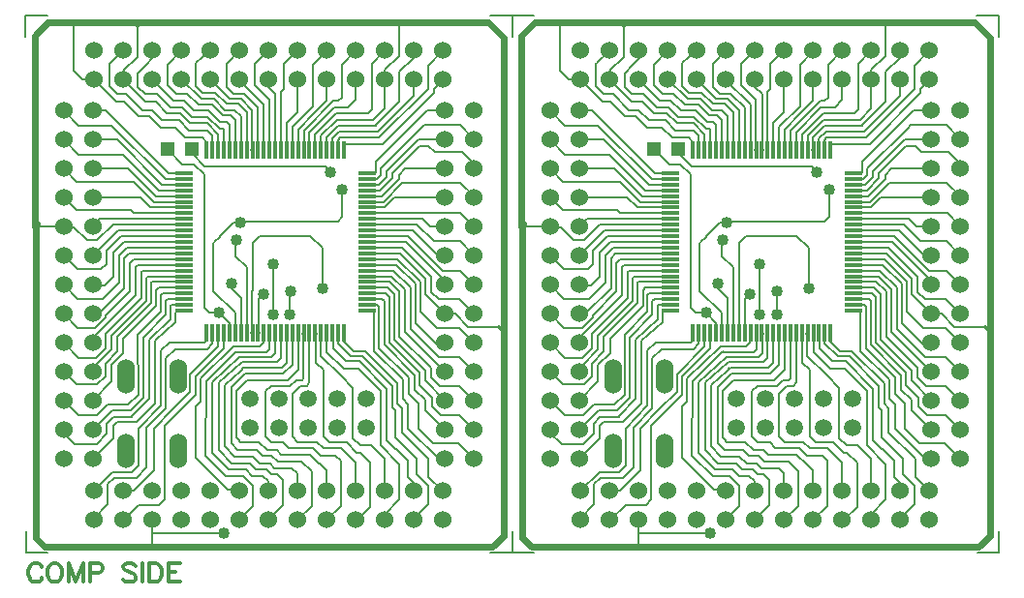
<source format=gbr>
G04 CAM350 V10.0.1 (Build 314) Date:  Fri Nov 30 16:16:42 2012 *
G04 Database: (Untitled) *
G04 Layer 1: comp *
%FSLAX23Y23*%
%MOIN*%
%SFA1.000B1.000*%

%MIA0B0*%
%IPPOS*%
%ADD11R,0.05910X0.01200*%
%ADD12R,0.01200X0.05910*%
%ADD15C,0.06000*%
%ADD16C,0.05940*%
%ADD17R,0.04720X0.04720*%
%ADD18C,0.00800*%
%ADD19C,0.01200*%
%ADD70C,0.04000*%
%ADD20C,0.02400*%
%ADD22C,0.05310*%
%ADD58O,0.06000X0.12000*%
%LNcomp*%
%LPD*%
G54D11*
X543Y835D03*
Y855D03*
Y875D03*
Y894D03*
Y914D03*
Y934D03*
Y953D03*
Y973D03*
Y993D03*
Y1013D03*
Y1032D03*
Y1052D03*
Y1072D03*
Y1091D03*
Y1111D03*
Y1131D03*
Y1150D03*
Y1170D03*
Y1190D03*
Y1209D03*
Y1229D03*
Y1249D03*
Y1268D03*
Y1288D03*
Y1308D03*
X1173D03*
Y1288D03*
Y1268D03*
Y1249D03*
Y1229D03*
Y1209D03*
Y1190D03*
Y1170D03*
Y1150D03*
Y1131D03*
Y1111D03*
Y1091D03*
Y1072D03*
Y1052D03*
Y1032D03*
Y1013D03*
Y993D03*
Y973D03*
Y953D03*
Y934D03*
Y914D03*
Y894D03*
Y875D03*
Y855D03*
Y835D03*
G54D12*
X1095Y757D03*
X1075D03*
X1055D03*
X1036D03*
X1016D03*
X996D03*
X976D03*
X957D03*
X937D03*
X917D03*
X898D03*
X878D03*
X858D03*
X839D03*
X819D03*
X799D03*
X780D03*
X760D03*
X740D03*
X721D03*
X701D03*
X681D03*
X661D03*
X642D03*
X622D03*
Y1387D03*
X642D03*
X661D03*
X681D03*
X701D03*
X721D03*
X740D03*
X760D03*
X780D03*
X799D03*
X819D03*
X839D03*
X858D03*
X878D03*
X898D03*
X917D03*
X937D03*
X957D03*
X976D03*
X996D03*
X1016D03*
X1036D03*
X1055D03*
X1075D03*
X1095D03*
G54D15*
X534Y214D03*
Y114D03*
X634D03*
X734D03*
Y214D03*
X634D03*
X834D03*
Y114D03*
X934D03*
Y214D03*
X1034D03*
Y114D03*
X1134D03*
Y214D03*
X1234D03*
Y114D03*
X1334D03*
Y214D03*
X1434D03*
Y114D03*
X1440Y324D03*
Y424D03*
X1540D03*
Y324D03*
Y524D03*
Y624D03*
Y724D03*
Y824D03*
Y924D03*
Y1024D03*
Y1124D03*
Y1224D03*
Y1324D03*
Y1424D03*
Y1524D03*
X1440D03*
Y1424D03*
Y1324D03*
Y1224D03*
Y1124D03*
Y1024D03*
Y924D03*
Y824D03*
Y724D03*
Y624D03*
Y524D03*
X1435Y1631D03*
Y1731D03*
X1335D03*
Y1631D03*
X1235D03*
Y1731D03*
X1135D03*
Y1631D03*
X1035D03*
Y1731D03*
X935D03*
Y1631D03*
X835D03*
X735D03*
Y1731D03*
X835D03*
X635D03*
Y1631D03*
X535D03*
Y1731D03*
X435D03*
Y1631D03*
X335D03*
Y1731D03*
X235D03*
Y1631D03*
X230Y1524D03*
Y1424D03*
Y1324D03*
X130D03*
Y1424D03*
Y1524D03*
Y1224D03*
Y1124D03*
Y1024D03*
Y924D03*
X230D03*
Y1024D03*
Y1124D03*
Y1224D03*
Y824D03*
Y724D03*
Y624D03*
Y524D03*
X130D03*
Y624D03*
Y724D03*
Y824D03*
Y424D03*
Y324D03*
X230D03*
Y424D03*
X234Y214D03*
Y114D03*
X334D03*
Y214D03*
X434D03*
Y114D03*
G54D16*
X770Y430D03*
X870D03*
Y530D03*
X770D03*
X970D03*
Y430D03*
X1070D03*
Y530D03*
X1170D03*
Y430D03*
G54D17*
X570Y1391D03*
X488D03*
G54D19*
X1333Y1706D03*
G54D70*
X852Y823D03*
X909Y822D03*
X910Y900D03*
X852Y995D03*
X818Y892D03*
X707Y929D03*
X666Y828D03*
X723Y1077D03*
X737Y1137D03*
X1021Y913D03*
X1089Y1251D03*
X1047Y1313D03*
X682Y67D03*
G54D22*
X336Y1731D03*
G54D58*
X524Y352D03*
X346D03*
X524Y608D03*
X346D03*
G54D18*
X760Y757D03*
G54D19*
X1173Y1190D03*
Y1249D03*
X1055Y1387D03*
X1016D03*
X957D03*
X799D03*
X130Y924D03*
G54D11*
X2217Y835D03*
Y855D03*
Y875D03*
Y894D03*
Y914D03*
Y934D03*
Y953D03*
Y973D03*
Y993D03*
Y1013D03*
Y1032D03*
Y1052D03*
Y1072D03*
Y1091D03*
Y1111D03*
Y1131D03*
Y1150D03*
Y1170D03*
Y1190D03*
Y1209D03*
Y1229D03*
Y1249D03*
Y1268D03*
Y1288D03*
Y1308D03*
X2847D03*
Y1288D03*
Y1268D03*
Y1249D03*
Y1229D03*
Y1209D03*
Y1190D03*
Y1170D03*
Y1150D03*
Y1131D03*
Y1111D03*
Y1091D03*
Y1072D03*
Y1052D03*
Y1032D03*
Y1013D03*
Y993D03*
Y973D03*
Y953D03*
Y934D03*
Y914D03*
Y894D03*
Y875D03*
Y855D03*
Y835D03*
G54D12*
X2769Y757D03*
X2749D03*
X2729D03*
X2710D03*
X2690D03*
X2670D03*
X2650D03*
X2631D03*
X2611D03*
X2591D03*
X2572D03*
X2552D03*
X2532D03*
X2513D03*
X2493D03*
X2473D03*
X2454D03*
X2434D03*
X2414D03*
X2395D03*
X2375D03*
X2355D03*
X2335D03*
X2316D03*
X2296D03*
Y1387D03*
X2316D03*
X2335D03*
X2355D03*
X2375D03*
X2395D03*
X2414D03*
X2434D03*
X2454D03*
X2473D03*
X2493D03*
X2513D03*
X2532D03*
X2552D03*
X2572D03*
X2591D03*
X2611D03*
X2631D03*
X2650D03*
X2670D03*
X2690D03*
X2710D03*
X2729D03*
X2749D03*
X2769D03*
G54D15*
X2208Y214D03*
Y114D03*
X2308D03*
X2408D03*
Y214D03*
X2308D03*
X2508D03*
Y114D03*
X2608D03*
Y214D03*
X2708D03*
Y114D03*
X2808D03*
Y214D03*
X2908D03*
Y114D03*
X3008D03*
Y214D03*
X3108D03*
Y114D03*
X3114Y324D03*
Y424D03*
X3214D03*
Y324D03*
Y524D03*
Y624D03*
Y724D03*
Y824D03*
Y924D03*
Y1024D03*
Y1124D03*
Y1224D03*
Y1324D03*
Y1424D03*
Y1524D03*
X3114D03*
Y1424D03*
Y1324D03*
Y1224D03*
Y1124D03*
Y1024D03*
Y924D03*
Y824D03*
Y724D03*
Y624D03*
Y524D03*
X3109Y1631D03*
Y1731D03*
X3009D03*
Y1631D03*
X2909D03*
Y1731D03*
X2809D03*
Y1631D03*
X2709D03*
Y1731D03*
X2609D03*
Y1631D03*
X2509D03*
X2409D03*
Y1731D03*
X2509D03*
X2309D03*
Y1631D03*
X2209D03*
Y1731D03*
X2109D03*
Y1631D03*
X2009D03*
Y1731D03*
X1909D03*
Y1631D03*
X1904Y1524D03*
Y1424D03*
Y1324D03*
X1804D03*
Y1424D03*
Y1524D03*
Y1224D03*
Y1124D03*
Y1024D03*
Y924D03*
X1904D03*
Y1024D03*
Y1124D03*
Y1224D03*
Y824D03*
Y724D03*
Y624D03*
Y524D03*
X1804D03*
Y624D03*
Y724D03*
Y824D03*
Y424D03*
Y324D03*
X1904D03*
Y424D03*
X1908Y214D03*
Y114D03*
X2008D03*
Y214D03*
X2108D03*
Y114D03*
G54D16*
X2444Y430D03*
X2544D03*
Y530D03*
X2444D03*
X2644D03*
Y430D03*
X2744D03*
Y530D03*
X2844D03*
Y430D03*
G54D17*
X2244Y1391D03*
X2162D03*
G54D19*
X3007Y1706D03*
G54D70*
X2526Y823D03*
X2583Y822D03*
X2584Y900D03*
X2526Y995D03*
X2492Y892D03*
X2381Y929D03*
X2340Y828D03*
X2397Y1077D03*
X2411Y1137D03*
X2695Y913D03*
X2763Y1251D03*
X2721Y1313D03*
X2356Y67D03*
G54D22*
X2010Y1731D03*
G54D58*
X2198Y352D03*
X2020D03*
X2198Y608D03*
X2020D03*
G54D18*
X2434Y757D03*
G54D19*
X2847Y1190D03*
Y1249D03*
X2729Y1387D03*
X2690D03*
X2631D03*
X2473D03*
X1804Y924D03*
G54D18*
X488Y1391D02*
G01X539Y1339D01*
X577*
X613Y1304*
Y846*
X630Y828*
X666*
X701Y793*
Y757*
X721D02*
G01Y827D01*
X644Y903*
Y1066*
X648Y1070*
X667Y1089*
Y1090*
X714Y1137*
X736*
X737*
X742Y1142*
X1073*
X1089Y1158*
Y1251*
X1047Y1313D02*
G01X1030Y1331D01*
X616*
X570Y1377*
X622Y1387D02*
G01Y1415D01*
X607Y1430*
X549*
X513Y1466*
X463*
X424Y1506*
X387*
X338Y1554*
X312*
X235Y1631*
X193*
X163Y1662*
Y1826*
X289Y1687D02*
G01X291D01*
X336Y1731*
X383Y1709D02*
G01X335Y1662D01*
X337Y1660*
Y1630*
X335Y1631*
X412Y1555*
X447*
X486Y1515*
X532*
X566Y1481*
X623*
X661Y1443*
Y1387*
X642D02*
G01Y1437D01*
X623Y1456*
X562*
X527Y1491*
X469*
Y1492*
X434Y1526*
X401*
X346Y1581*
X313*
X287Y1607*
Y1685*
X289Y1687*
X336Y1630D02*
G01X337D01*
X386Y1606D02*
G01Y1653D01*
X414Y1682*
X436Y1704*
Y1730*
X383Y1709D02*
G01Y1815D01*
X487Y1683D02*
G01X535Y1731D01*
X585Y1687D02*
G01Y1609D01*
X608Y1586*
X652*
X690Y1547*
X732*
X760Y1519*
Y1387*
X779D02*
G01Y1526D01*
X741Y1565*
X702*
X635Y1631*
X692Y1605D02*
G01Y1689D01*
X693*
X735Y1731*
X787Y1684D02*
G01Y1611D01*
X838Y1561*
Y1388*
X859Y1387D02*
G01Y1582D01*
X835Y1605*
Y1631*
X878Y1587D02*
G01X888Y1597D01*
Y1684*
X935Y1731*
X989Y1681D02*
G01Y1539D01*
X917Y1467*
Y1389*
X937Y1388D02*
G01Y1387D01*
Y1388D02*
G01Y1459D01*
X990Y1514*
X1035Y1559*
Y1631*
X989Y1681D02*
G01X1035Y1727D01*
Y1731*
X1087Y1682D02*
G01Y1569D01*
X1075Y1557*
X1059*
X957Y1455*
Y1387*
X976Y1388D02*
G01Y1448D01*
X1062Y1535*
X1109*
X1135Y1561*
Y1631*
X1087Y1682D02*
G01X1135Y1730D01*
Y1731*
X1191Y1686D02*
G01Y1528D01*
X1178Y1515*
X1069*
X996Y1443*
Y1388*
X1016Y1387D02*
G01Y1437D01*
X1071Y1493*
X1196*
X1235Y1532*
Y1631*
Y1665*
X1284Y1713*
Y1823*
X1235Y1731D02*
G01X1191Y1686D01*
X1284Y1658D02*
G01X1333Y1706D01*
X1336Y1709*
Y1731*
X1335*
X1334*
X1383Y1679D02*
G01X1435Y1731D01*
X1383Y1679D02*
G01Y1597D01*
X1216Y1430*
X1082*
X1075Y1423*
Y1387*
X1095Y1404D02*
G01X1100Y1409D01*
X1229*
X1404Y1584*
Y1599*
X1435Y1631*
X1335D02*
G01Y1576D01*
X1211Y1452*
X1079*
X1055Y1428*
Y1387*
X1035D02*
G01Y1433D01*
X1075Y1472*
X1204*
Y1474*
X1284Y1554*
Y1658*
X1380Y1524D02*
G01X1204Y1348D01*
Y1312*
X1198Y1306*
X1175*
X1173Y1308*
Y1288D02*
G01X1208D01*
X1222Y1302*
Y1324*
X1359Y1461*
X1372Y1474*
X1493*
X1540Y1424*
X1501Y1380D02*
G01X1408D01*
X1386Y1402*
X1354*
X1262Y1309*
Y1291*
X1219Y1249*
X1173*
X1174Y1268D02*
G01X1215D01*
X1242Y1296*
Y1316*
X1350Y1424*
X1440*
X1501Y1380D02*
G01X1543Y1338D01*
X1540Y1324*
X1494Y1276D02*
G01X1296D01*
X1230Y1209*
X1175*
X1173Y1190D02*
G01X1234D01*
X1268Y1224*
X1440*
X1494Y1276D02*
G01X1543Y1227D01*
X1540Y1224*
X1496Y1170D02*
G01X1540Y1124D01*
X1496Y1170D02*
G01X1173D01*
X1174Y1151D02*
G01X1365D01*
X1392Y1124*
X1440*
X1403Y1074D02*
G01X1493D01*
X1540Y1024*
X1495Y972D02*
G01X1540Y924D01*
X1495Y972D02*
G01X1433D01*
X1314Y1091*
X1173*
Y1072D02*
G01X1307D01*
X1430Y948*
Y936*
X1440Y924*
X1395Y899D02*
G01X1420Y874D01*
X1492*
X1540Y824*
X1522Y779D02*
G01X1628D01*
X1540Y724D02*
G01X1492Y774D01*
X1415*
X1357Y832*
Y935*
X1279Y1013*
X1173*
Y1032D02*
G01X1288D01*
X1374Y946*
Y893*
X1440Y824*
X1477*
X1522Y779*
X1442Y723D02*
G01X1440Y724D01*
X1442Y723D02*
G01X1410D01*
X1341Y792*
Y927*
X1274Y993*
X1173*
Y973D02*
G01X1265D01*
X1323Y915*
Y773*
X1421Y676*
X1491*
X1540Y624*
X1490Y576D02*
G01X1540Y524D01*
X1490Y476D02*
G01X1489Y475D01*
X1427*
X1398Y504*
Y535*
X1355Y579*
Y621*
X1250Y725*
Y882*
X1238Y894*
X1173*
Y914D02*
G01X1245D01*
X1268Y892*
Y734*
X1373Y629*
Y594*
X1440Y524*
X1424Y576D02*
G01X1395Y605D01*
Y638*
X1286Y746*
Y900*
X1252Y934*
X1173*
Y953D02*
G01X1259D01*
X1304Y909*
Y763*
X1440Y624*
X1424Y576D02*
G01X1490D01*
Y476D02*
G01X1540Y424D01*
X1488Y379D02*
G01X1540Y324D01*
X1488Y379D02*
G01X1400D01*
X1351Y428*
Y515*
X1318Y549*
Y604*
X1216Y705*
Y847*
X1209Y855*
X1173*
Y835D02*
G01X1174Y834D01*
X1194*
X1197Y831*
Y823*
X1198*
Y696*
X1297Y597*
Y532*
X1316Y513*
Y428*
X1420Y324*
X1440*
X1386D02*
G01Y262D01*
X1434Y214*
X1384Y233D02*
G01Y168D01*
X1334Y117*
Y114*
X1285Y184D02*
G01Y305D01*
X1220Y370*
Y559*
X1144Y635*
X1094*
X1036Y692*
Y755*
X1055Y756D02*
G01X1057Y705D01*
X1102Y660*
X1147*
X1242Y565*
Y462*
Y388*
X1272Y358*
X1275*
X1314Y318*
Y262*
X1334Y242*
Y214*
X1384Y233D02*
G01X1345Y272D01*
Y326*
X1275Y396*
X1273*
X1271Y399*
Y490*
X1260Y501*
Y576*
X1159Y677*
X1119*
X1075Y721*
Y749*
X1095Y757D02*
G01Y728D01*
X1127Y695*
X1168*
X1279Y585*
Y514*
X1293Y499*
Y416*
X1386Y324*
X1440Y424D02*
G01X1375Y492D01*
Y527*
X1338Y563*
Y611*
X1233Y717*
Y867*
X1226Y875*
X1173*
X1021Y913D02*
G01Y1050D01*
X978Y1093*
X805*
X780Y1068*
Y906*
X779Y905*
Y757*
X760D02*
G01Y985D01*
X722Y1023*
Y1076*
X723Y1077*
X852Y995D02*
G01Y823D01*
X839Y757D02*
G01Y703D01*
X829Y693*
X726*
X725Y694*
X620Y593*
X618Y335*
X689Y264*
X748*
X781Y231*
Y161*
X734Y114*
X682Y67D02*
G01X434D01*
Y114*
Y67D02*
G01Y25D01*
X338Y114D02*
G01X389Y165D01*
X459*
X477Y184*
Y438*
X583Y544*
Y607*
X681Y704*
Y756*
X661Y757D02*
G01Y712D01*
X566Y616*
Y554*
X505Y494*
X440Y428*
Y284*
X371Y215*
X336*
X334Y214*
X304Y259D02*
G01X380D01*
X416Y295*
Y430*
X482Y498*
Y672*
X515Y703*
X624*
X642Y721*
Y757*
X622D02*
G01Y733D01*
X615Y726*
X495*
X463Y699*
Y508*
X389Y429*
Y302*
X366Y278*
X299*
X234Y214*
X282Y238D02*
G01Y167D01*
X234Y118*
Y114*
X334D02*
G01X338D01*
X282Y238D02*
G01X304Y259D01*
X230Y324D02*
G01X300Y394D01*
Y438*
X313Y451*
Y450*
X380*
X444Y514*
Y730*
X516Y796*
Y828*
X524Y835*
X543*
Y855D02*
G01X501D01*
X499Y853*
Y806*
X424Y736*
Y530*
X366Y472*
Y468*
X302*
X279Y445*
Y411*
X243Y375*
X169*
X128Y416*
X130Y424*
X180Y474D02*
G01X130Y524D01*
X174Y580D02*
G01X130Y624D01*
X174Y580D02*
G01X246D01*
X273Y607*
Y653*
X314Y694*
Y744*
X430Y860*
Y930*
X434Y934*
X543*
Y953D02*
G01X420D01*
X413Y947*
Y869*
X293Y749*
Y701*
X239Y646*
Y633*
X230Y624*
X240Y672D02*
G01X182D01*
X130Y724*
X177Y774D02*
G01X173Y777D01*
X130Y824*
X177Y774D02*
G01X239D01*
X276Y811*
Y817*
X358Y900*
Y999*
X372Y1013*
X543*
Y1032D02*
G01X355D01*
X339Y1016*
Y913*
X252Y826*
X232*
X230Y824*
X265Y876D02*
G01X178D01*
X130Y924*
X177Y977D02*
G01X130Y1024D01*
X177Y977D02*
G01X259D01*
X277Y995*
Y1041*
X327Y1091*
X543*
Y1072D02*
G01X337D01*
X301Y1036*
Y952*
X272Y923*
X230*
Y924*
X265Y876D02*
G01X320Y931D01*
Y1025*
X347Y1052*
X543*
Y1111D02*
G01X317D01*
X230Y1024*
X246Y1077D02*
G01X212D01*
X166Y1123*
X131*
X130Y1124*
X32*
X130Y1224D02*
G01X173Y1181D01*
X361*
X372Y1170*
X543*
Y1190D02*
G01X429D01*
X395Y1224*
X230*
X256Y1150D02*
G01X230Y1124D01*
X256Y1150D02*
G01X543D01*
Y1131D02*
G01X300D01*
X246Y1077*
X377Y985D02*
G01Y889D01*
X300Y812*
X233Y744*
Y727*
X230Y724*
X234Y729*
X273Y705D02*
G01Y755D01*
X397Y879*
Y967*
X402Y973*
X543*
Y993D02*
G01X385D01*
X377Y985*
X449Y905D02*
G01Y852D01*
X336Y739*
Y688*
X295Y648*
Y590*
X230Y524*
X243Y474D02*
G01X180D01*
X230Y424D02*
G01X297Y491D01*
X360*
X405Y536*
Y743*
X482Y820*
Y868*
X489Y875*
X543*
Y894D02*
G01X470D01*
X464Y889*
Y833*
X386Y753*
X387Y545*
X350Y512*
X281*
X243Y474*
X240Y672D02*
G01X273Y705D01*
X449Y905D02*
G01X457Y914D01*
X543*
X707Y910D02*
G01X740Y877D01*
Y757*
X800Y758D02*
G01Y874D01*
X818Y892*
X909Y899D02*
G01Y822D01*
X917Y757D02*
G01Y648D01*
X886Y617*
X754*
X707Y572*
Y378*
X729Y355*
X794*
X815Y335*
X846*
X867Y314*
X949*
X983Y280*
Y163*
X934Y114*
X885Y165D02*
G01X834Y114D01*
X885Y165D02*
G01Y250D01*
X864Y271*
X845*
X827Y289*
X791*
X770Y309*
X708*
X663Y354*
Y587*
X741Y655*
X743Y657*
X863*
X878Y672*
Y757*
X859Y756D02*
G01Y687D01*
X846Y674*
X737*
X736Y675*
X640Y588*
Y345*
X698Y287*
X758*
X779Y266*
X815*
X834Y247*
Y214*
X856Y292D02*
G01X840Y308D01*
X806*
X781Y333*
X718*
X684Y367*
Y578*
X740Y629*
X749Y638*
X880*
X897Y655*
Y752*
X938Y756D02*
G01Y632D01*
X901Y595*
X893*
X761Y596*
X724Y559*
Y397*
X730Y391*
Y390*
X738Y382*
X802*
X830Y354*
X864*
X879Y339*
X978*
X1009Y308*
X1011*
X1034Y285*
Y214*
X1084Y163D02*
G01Y319D01*
X1066Y336*
X1013*
X988Y361*
X905*
X886Y380*
X844*
X824Y401*
Y557*
X843Y576*
X874*
Y575*
X909*
X930Y596*
X951*
X956Y602*
Y756*
X976D02*
G01Y679D01*
Y677*
Y588*
X967Y575*
X945*
X917Y548*
Y402*
X936Y383*
X1002*
X1025Y361*
X1085*
X1134Y312*
Y214*
X1084Y163D02*
G01X1035Y114D01*
X1034*
X1134D02*
G01X1140D01*
X1186Y159*
Y310*
X1151Y346*
X1139*
X1103Y381*
X1044*
X1023Y402*
Y631*
X997Y656*
Y755*
X1015Y756D02*
G01Y678D01*
X1084Y610*
X1125Y569*
Y396*
X1150Y372*
X1187*
X1234Y325*
Y214*
X1285Y184D02*
G01X1234Y132D01*
Y114*
X934Y214D02*
G01Y274D01*
X916Y292*
X856*
X734Y214D02*
G01X729Y219D01*
X693*
X583Y329*
Y504*
X601Y523*
Y602*
X716Y712*
X805*
X817Y724*
Y755*
X819Y757*
X748Y637D02*
G01X740Y629D01*
X909Y899D02*
G01X910Y900D01*
X707Y910D02*
G01Y929D01*
X543Y1209D02*
G01X441D01*
X371Y1278*
X175*
X130Y1324*
X180Y1373D02*
G01X130Y1424D01*
X181Y1473D02*
G01X130Y1524D01*
Y1522*
X181Y1473D02*
G01X295D01*
X480Y1288*
X543*
Y1308D02*
G01X492D01*
X275Y1525*
X230*
Y1524*
Y1425D02*
G01Y1424D01*
Y1425D02*
G01X313D01*
X469Y1268*
X543*
Y1249D02*
G01X458D01*
X333Y1373*
X180*
X230Y1324D02*
G01X231Y1326D01*
X351*
X448Y1229*
X543*
X681Y1387D02*
G01Y1459D01*
X679Y1462*
X667*
X625Y1503*
X571*
X538Y1536*
X498*
X452Y1582*
X410*
X386Y1606*
X435Y1631D02*
G01X508Y1559D01*
X544*
X579Y1524*
X629*
X669Y1484*
X692*
X701Y1475*
Y1387*
X721D02*
G01Y1491D01*
X705Y1507*
X677*
X640Y1544*
X593*
X555Y1582*
X518*
X487Y1612*
Y1683*
X535Y1631D02*
G01X603Y1564D01*
X648*
X686Y1526*
X719*
X740Y1505*
Y1387*
X799D02*
G01Y1536D01*
X752Y1583*
X714*
X692Y1605*
X735Y1627D02*
G01X819Y1546D01*
Y1389*
X878Y1387D02*
G01Y1587D01*
X935Y1631D02*
G01Y1518D01*
X897Y1480*
Y1387*
X735Y1627D02*
G01Y1631D01*
X787Y1684D02*
G01X835Y1731D01*
X635D02*
G01X585Y1687D01*
X1174Y1229D02*
G01X1224D01*
X1283Y1288*
Y1302*
X1305Y1324*
X1440*
X1380Y1524D02*
G01X1440D01*
X1346Y1131D02*
G01X1173D01*
Y1111D02*
G01X1331D01*
X1420Y1022*
X1441*
X1440Y1024*
X1403Y1074D02*
G01X1346Y1131D01*
X1295Y1052D02*
G01X1395Y951D01*
Y899*
X1295Y1052D02*
G01X1173D01*
G54D19*
Y1150D02*
G01X1174Y1151D01*
X1175Y1209D02*
G01X1173D01*
X1174Y1229D02*
G01X1173D01*
X1174Y1268D02*
G01X1173D01*
X1095Y1387D02*
G01Y1404D01*
X1036Y1387D02*
G01X1035D01*
X996Y1388D02*
G01Y1387D01*
X976D02*
G01Y1388D01*
X917Y1387D02*
G01Y1389D01*
X898Y1387D02*
G01X897D01*
X859D02*
G01X858D01*
X839D02*
G01X838Y1388D01*
X819Y1387D02*
G01Y1389D01*
X780Y1387D02*
G01X779D01*
X570Y1391D02*
G01Y1377D01*
X436Y1730D02*
G01X435Y1731D01*
X383Y1815D02*
G01X395Y1827D01*
X164D02*
G01X163Y1826D01*
X681Y756D02*
G01Y757D01*
X779D02*
G01X780D01*
X799D02*
G01X800Y758D01*
X858Y757D02*
G01X859Y756D01*
X897Y752D02*
G01X898Y757D01*
X937D02*
G01X938Y756D01*
X956D02*
G01X957Y757D01*
X976Y756D02*
G01Y757D01*
X996D02*
G01X997Y755D01*
X1015Y756D02*
G01X1016Y757D01*
X1036D02*
G01Y755D01*
X1055Y756D02*
G01Y757D01*
X1075D02*
G01Y749D01*
X1628Y779D02*
G01X1643Y764D01*
X1284Y1823D02*
G01X1287Y1827D01*
X434Y25D02*
G01X439Y21D01*
G54D20*
X1287Y1827D02*
G01X395D01*
X164*
X76*
X31Y1782*
Y1125*
X32Y1124*
X34Y1132D02*
G01X38Y1136D01*
X34Y1132D02*
G01Y52D01*
X66Y21*
X439*
X1605*
X1643Y59*
Y764*
Y1775*
X1591Y1827*
X1287*
G54D18*
X74Y1852D02*
G01X-1D01*
Y1777*
X0Y75D02*
G01Y0D01*
X75*
X1599D02*
G01X1674D01*
Y75*
X1673Y1777D02*
G01Y1852D01*
X1598*
X2162Y1391D02*
G01X2213Y1339D01*
X2251*
X2287Y1304*
Y846*
X2304Y828*
X2340*
X2375Y793*
Y757*
X2395D02*
G01Y827D01*
X2318Y903*
Y1066*
X2322Y1070*
X2341Y1089*
Y1090*
X2388Y1137*
X2410*
X2411*
X2416Y1142*
X2747*
X2763Y1158*
Y1251*
X2721Y1313D02*
G01X2704Y1331D01*
X2290*
X2244Y1377*
X2296Y1387D02*
G01Y1415D01*
X2281Y1430*
X2223*
X2187Y1466*
X2137*
X2098Y1506*
X2061*
X2012Y1554*
X1986*
X1909Y1631*
X1867*
X1837Y1662*
Y1826*
X1963Y1687D02*
G01X1965D01*
X2010Y1731*
X2057Y1709D02*
G01X2009Y1662D01*
X2011Y1660*
Y1630*
X2009Y1631*
X2086Y1555*
X2121*
X2160Y1515*
X2206*
X2240Y1481*
X2297*
X2335Y1443*
Y1387*
X2316D02*
G01Y1437D01*
X2297Y1456*
X2236*
X2201Y1491*
X2143*
Y1492*
X2108Y1526*
X2075*
X2020Y1581*
X1987*
X1961Y1607*
Y1685*
X1963Y1687*
X2010Y1630D02*
G01X2011D01*
X2060Y1606D02*
G01Y1653D01*
X2088Y1682*
X2110Y1704*
Y1730*
X2057Y1709D02*
G01Y1815D01*
X2161Y1683D02*
G01X2209Y1731D01*
X2259Y1687D02*
G01Y1609D01*
X2282Y1586*
X2326*
X2364Y1547*
X2406*
X2434Y1519*
Y1387*
X2453D02*
G01Y1526D01*
X2415Y1565*
X2376*
X2309Y1631*
X2366Y1605D02*
G01Y1689D01*
X2367*
X2409Y1731*
X2461Y1684D02*
G01Y1611D01*
X2512Y1561*
Y1388*
X2533Y1387D02*
G01Y1582D01*
X2509Y1605*
Y1631*
X2552Y1587D02*
G01X2562Y1597D01*
Y1684*
X2609Y1731*
X2663Y1681D02*
G01Y1539D01*
X2591Y1467*
Y1389*
X2611Y1388D02*
G01Y1387D01*
Y1388D02*
G01Y1459D01*
X2664Y1514*
X2709Y1559*
Y1631*
X2663Y1681D02*
G01X2709Y1727D01*
Y1731*
X2761Y1682D02*
G01Y1569D01*
X2749Y1557*
X2733*
X2631Y1455*
Y1387*
X2650Y1388D02*
G01Y1448D01*
X2736Y1535*
X2783*
X2809Y1561*
Y1631*
X2761Y1682D02*
G01X2809Y1730D01*
Y1731*
X2865Y1686D02*
G01Y1528D01*
X2852Y1515*
X2743*
X2670Y1443*
Y1388*
X2690Y1387D02*
G01Y1437D01*
X2745Y1493*
X2870*
X2909Y1532*
Y1631*
Y1665*
X2958Y1713*
Y1823*
X2909Y1731D02*
G01X2865Y1686D01*
X2958Y1658D02*
G01X3007Y1706D01*
X3010Y1709*
Y1731*
X3009*
X3008*
X3057Y1679D02*
G01X3109Y1731D01*
X3057Y1679D02*
G01Y1597D01*
X2890Y1430*
X2756*
X2749Y1423*
Y1387*
X2769Y1404D02*
G01X2774Y1409D01*
X2903*
X3078Y1584*
Y1599*
X3109Y1631*
X3009D02*
G01Y1576D01*
X2885Y1452*
X2753*
X2729Y1428*
Y1387*
X2709D02*
G01Y1433D01*
X2749Y1472*
X2878*
Y1474*
X2958Y1554*
Y1658*
X3054Y1524D02*
G01X2878Y1348D01*
Y1312*
X2872Y1306*
X2849*
X2847Y1308*
Y1288D02*
G01X2882D01*
X2896Y1302*
Y1324*
X3033Y1461*
X3046Y1474*
X3167*
X3214Y1424*
X3175Y1380D02*
G01X3082D01*
X3060Y1402*
X3028*
X2936Y1309*
Y1291*
X2893Y1249*
X2847*
X2848Y1268D02*
G01X2889D01*
X2916Y1296*
Y1316*
X3024Y1424*
X3114*
X3175Y1380D02*
G01X3217Y1338D01*
X3214Y1324*
X3168Y1276D02*
G01X2970D01*
X2904Y1209*
X2849*
X2847Y1190D02*
G01X2908D01*
X2942Y1224*
X3114*
X3168Y1276D02*
G01X3217Y1227D01*
X3214Y1224*
X3170Y1170D02*
G01X3214Y1124D01*
X3170Y1170D02*
G01X2847D01*
X2848Y1151D02*
G01X3039D01*
X3066Y1124*
X3114*
X3077Y1074D02*
G01X3167D01*
X3214Y1024*
X3169Y972D02*
G01X3214Y924D01*
X3169Y972D02*
G01X3107D01*
X2988Y1091*
X2847*
Y1072D02*
G01X2981D01*
X3104Y948*
Y936*
X3114Y924*
X3069Y899D02*
G01X3094Y874D01*
X3166*
X3214Y824*
X3196Y779D02*
G01X3302D01*
X3214Y724D02*
G01X3166Y774D01*
X3089*
X3031Y832*
Y935*
X2953Y1013*
X2847*
Y1032D02*
G01X2962D01*
X3048Y946*
Y893*
X3114Y824*
X3151*
X3196Y779*
X3116Y723D02*
G01X3114Y724D01*
X3116Y723D02*
G01X3084D01*
X3015Y792*
Y927*
X2948Y993*
X2847*
Y973D02*
G01X2939D01*
X2997Y915*
Y773*
X3095Y676*
X3165*
X3214Y624*
X3164Y576D02*
G01X3214Y524D01*
X3164Y476D02*
G01X3163Y475D01*
X3101*
X3072Y504*
Y535*
X3029Y579*
Y621*
X2924Y725*
Y882*
X2912Y894*
X2847*
Y914D02*
G01X2919D01*
X2942Y892*
Y734*
X3047Y629*
Y594*
X3114Y524*
X3098Y576D02*
G01X3069Y605D01*
Y638*
X2960Y746*
Y900*
X2926Y934*
X2847*
Y953D02*
G01X2933D01*
X2978Y909*
Y763*
X3114Y624*
X3098Y576D02*
G01X3164D01*
Y476D02*
G01X3214Y424D01*
X3162Y379D02*
G01X3214Y324D01*
X3162Y379D02*
G01X3074D01*
X3025Y428*
Y515*
X2992Y549*
Y604*
X2890Y705*
Y847*
X2883Y855*
X2847*
Y835D02*
G01X2848Y834D01*
X2868*
X2871Y831*
Y823*
X2872*
Y696*
X2971Y597*
Y532*
X2990Y513*
Y428*
X3094Y324*
X3114*
X3060D02*
G01Y262D01*
X3108Y214*
X3058Y233D02*
G01Y168D01*
X3008Y117*
Y114*
X2959Y184D02*
G01Y305D01*
X2894Y370*
Y559*
X2818Y635*
X2768*
X2710Y692*
Y755*
X2729Y756D02*
G01X2731Y705D01*
X2776Y660*
X2821*
X2916Y565*
Y462*
Y388*
X2946Y358*
X2949*
X2988Y318*
Y262*
X3008Y242*
Y214*
X3058Y233D02*
G01X3019Y272D01*
Y326*
X2949Y396*
X2947*
X2945Y399*
Y490*
X2934Y501*
Y576*
X2833Y677*
X2793*
X2749Y721*
Y749*
X2769Y757D02*
G01Y728D01*
X2801Y695*
X2842*
X2953Y585*
Y514*
X2967Y499*
Y416*
X3060Y324*
X3114Y424D02*
G01X3049Y492D01*
Y527*
X3012Y563*
Y611*
X2907Y717*
Y867*
X2900Y875*
X2847*
X2695Y913D02*
G01Y1050D01*
X2652Y1093*
X2479*
X2454Y1068*
Y906*
X2453Y905*
Y757*
X2434D02*
G01Y985D01*
X2396Y1023*
Y1076*
X2397Y1077*
X2526Y995D02*
G01Y823D01*
X2513Y757D02*
G01Y703D01*
X2503Y693*
X2400*
X2399Y694*
X2294Y593*
X2292Y335*
X2363Y264*
X2422*
X2455Y231*
Y161*
X2408Y114*
X2356Y67D02*
G01X2108D01*
Y114*
Y67D02*
G01Y25D01*
X2012Y114D02*
G01X2063Y165D01*
X2133*
X2151Y184*
Y438*
X2257Y544*
Y607*
X2355Y704*
Y756*
X2335Y757D02*
G01Y712D01*
X2240Y616*
Y554*
X2179Y494*
X2114Y428*
Y284*
X2045Y215*
X2010*
X2008Y214*
X1978Y259D02*
G01X2054D01*
X2090Y295*
Y430*
X2156Y498*
Y672*
X2189Y703*
X2298*
X2316Y721*
Y757*
X2296D02*
G01Y733D01*
X2289Y726*
X2169*
X2137Y699*
Y508*
X2063Y429*
Y302*
X2040Y278*
X1973*
X1908Y214*
X1956Y238D02*
G01Y167D01*
X1908Y118*
Y114*
X2008D02*
G01X2012D01*
X1956Y238D02*
G01X1978Y259D01*
X1904Y324D02*
G01X1974Y394D01*
Y438*
X1987Y451*
Y450*
X2054*
X2118Y514*
Y730*
X2190Y796*
Y828*
X2198Y835*
X2217*
Y855D02*
G01X2175D01*
X2173Y853*
Y806*
X2098Y736*
Y530*
X2040Y472*
Y468*
X1976*
X1953Y445*
Y411*
X1917Y375*
X1843*
X1802Y416*
X1804Y424*
X1854Y474D02*
G01X1804Y524D01*
X1848Y580D02*
G01X1804Y624D01*
X1848Y580D02*
G01X1920D01*
X1947Y607*
Y653*
X1988Y694*
Y744*
X2104Y860*
Y930*
X2108Y934*
X2217*
Y953D02*
G01X2094D01*
X2087Y947*
Y869*
X1967Y749*
Y701*
X1913Y646*
Y633*
X1904Y624*
X1914Y672D02*
G01X1856D01*
X1804Y724*
X1851Y774D02*
G01X1847Y777D01*
X1804Y824*
X1851Y774D02*
G01X1913D01*
X1950Y811*
Y817*
X2032Y900*
Y999*
X2046Y1013*
X2217*
Y1032D02*
G01X2029D01*
X2013Y1016*
Y913*
X1926Y826*
X1906*
X1904Y824*
X1939Y876D02*
G01X1852D01*
X1804Y924*
X1851Y977D02*
G01X1804Y1024D01*
X1851Y977D02*
G01X1933D01*
X1951Y995*
Y1041*
X2001Y1091*
X2217*
Y1072D02*
G01X2011D01*
X1975Y1036*
Y952*
X1946Y923*
X1904*
Y924*
X1939Y876D02*
G01X1994Y931D01*
Y1025*
X2021Y1052*
X2217*
Y1111D02*
G01X1991D01*
X1904Y1024*
X1920Y1077D02*
G01X1886D01*
X1840Y1123*
X1805*
X1804Y1124*
X1706*
X1804Y1224D02*
G01X1847Y1181D01*
X2035*
X2046Y1170*
X2217*
Y1190D02*
G01X2103D01*
X2069Y1224*
X1904*
X1930Y1150D02*
G01X1904Y1124D01*
X1930Y1150D02*
G01X2217D01*
Y1131D02*
G01X1974D01*
X1920Y1077*
X2051Y985D02*
G01Y889D01*
X1974Y812*
X1907Y744*
Y727*
X1904Y724*
X1908Y729*
X1947Y705D02*
G01Y755D01*
X2071Y879*
Y967*
X2076Y973*
X2217*
Y993D02*
G01X2059D01*
X2051Y985*
X2123Y905D02*
G01Y852D01*
X2010Y739*
Y688*
X1969Y648*
Y590*
X1904Y524*
X1917Y474D02*
G01X1854D01*
X1904Y424D02*
G01X1971Y491D01*
X2034*
X2079Y536*
Y743*
X2156Y820*
Y868*
X2163Y875*
X2217*
Y894D02*
G01X2144D01*
X2138Y889*
Y833*
X2060Y753*
X2061Y545*
X2024Y512*
X1955*
X1917Y474*
X1914Y672D02*
G01X1947Y705D01*
X2123Y905D02*
G01X2131Y914D01*
X2217*
X2381Y910D02*
G01X2414Y877D01*
Y757*
X2474Y758D02*
G01Y874D01*
X2492Y892*
X2583Y899D02*
G01Y822D01*
X2591Y757D02*
G01Y648D01*
X2560Y617*
X2428*
X2381Y572*
Y378*
X2403Y355*
X2468*
X2489Y335*
X2520*
X2541Y314*
X2623*
X2657Y280*
Y163*
X2608Y114*
X2559Y165D02*
G01X2508Y114D01*
X2559Y165D02*
G01Y250D01*
X2538Y271*
X2519*
X2501Y289*
X2465*
X2444Y309*
X2382*
X2337Y354*
Y587*
X2415Y655*
X2417Y657*
X2537*
X2552Y672*
Y757*
X2533Y756D02*
G01Y687D01*
X2520Y674*
X2411*
X2410Y675*
X2314Y588*
Y345*
X2372Y287*
X2432*
X2453Y266*
X2489*
X2508Y247*
Y214*
X2530Y292D02*
G01X2514Y308D01*
X2480*
X2455Y333*
X2392*
X2358Y367*
Y578*
X2414Y629*
X2423Y638*
X2554*
X2571Y655*
Y752*
X2612Y756D02*
G01Y632D01*
X2575Y595*
X2567*
X2435Y596*
X2398Y559*
Y397*
X2404Y391*
Y390*
X2412Y382*
X2476*
X2504Y354*
X2538*
X2553Y339*
X2652*
X2683Y308*
X2685*
X2708Y285*
Y214*
X2758Y163D02*
G01Y319D01*
X2740Y336*
X2687*
X2662Y361*
X2579*
X2560Y380*
X2518*
X2498Y401*
Y557*
X2517Y576*
X2548*
Y575*
X2583*
X2604Y596*
X2625*
X2630Y602*
Y756*
X2650D02*
G01Y679D01*
Y677*
Y588*
X2641Y575*
X2619*
X2591Y548*
Y402*
X2610Y383*
X2676*
X2699Y361*
X2759*
X2808Y312*
Y214*
X2758Y163D02*
G01X2709Y114D01*
X2708*
X2808D02*
G01X2814D01*
X2860Y159*
Y310*
X2825Y346*
X2813*
X2777Y381*
X2718*
X2697Y402*
Y631*
X2671Y656*
Y755*
X2689Y756D02*
G01Y678D01*
X2758Y610*
X2799Y569*
Y396*
X2824Y372*
X2861*
X2908Y325*
Y214*
X2959Y184D02*
G01X2908Y132D01*
Y114*
X2608Y214D02*
G01Y274D01*
X2590Y292*
X2530*
X2408Y214D02*
G01X2403Y219D01*
X2367*
X2257Y329*
Y504*
X2275Y523*
Y602*
X2390Y712*
X2479*
X2491Y724*
Y755*
X2493Y757*
X2422Y637D02*
G01X2414Y629D01*
X2583Y899D02*
G01X2584Y900D01*
X2381Y910D02*
G01Y929D01*
X2217Y1209D02*
G01X2115D01*
X2045Y1278*
X1849*
X1804Y1324*
X1854Y1373D02*
G01X1804Y1424D01*
X1855Y1473D02*
G01X1804Y1524D01*
Y1522*
X1855Y1473D02*
G01X1969D01*
X2154Y1288*
X2217*
Y1308D02*
G01X2166D01*
X1949Y1525*
X1904*
Y1524*
Y1425D02*
G01Y1424D01*
Y1425D02*
G01X1987D01*
X2143Y1268*
X2217*
Y1249D02*
G01X2132D01*
X2007Y1373*
X1854*
X1904Y1324D02*
G01X1905Y1326D01*
X2025*
X2122Y1229*
X2217*
X2355Y1387D02*
G01Y1459D01*
X2353Y1462*
X2341*
X2299Y1503*
X2245*
X2212Y1536*
X2172*
X2126Y1582*
X2084*
X2060Y1606*
X2109Y1631D02*
G01X2182Y1559D01*
X2218*
X2253Y1524*
X2303*
X2343Y1484*
X2366*
X2375Y1475*
Y1387*
X2395D02*
G01Y1491D01*
X2379Y1507*
X2351*
X2314Y1544*
X2267*
X2229Y1582*
X2192*
X2161Y1612*
Y1683*
X2209Y1631D02*
G01X2277Y1564D01*
X2322*
X2360Y1526*
X2393*
X2414Y1505*
Y1387*
X2473D02*
G01Y1536D01*
X2426Y1583*
X2388*
X2366Y1605*
X2409Y1627D02*
G01X2493Y1546D01*
Y1389*
X2552Y1387D02*
G01Y1587D01*
X2609Y1631D02*
G01Y1518D01*
X2571Y1480*
Y1387*
X2409Y1627D02*
G01Y1631D01*
X2461Y1684D02*
G01X2509Y1731D01*
X2309D02*
G01X2259Y1687D01*
X2848Y1229D02*
G01X2898D01*
X2957Y1288*
Y1302*
X2979Y1324*
X3114*
X3054Y1524D02*
G01X3114D01*
X3020Y1131D02*
G01X2847D01*
Y1111D02*
G01X3005D01*
X3094Y1022*
X3115*
X3114Y1024*
X3077Y1074D02*
G01X3020Y1131D01*
X2969Y1052D02*
G01X3069Y951D01*
Y899*
X2969Y1052D02*
G01X2847D01*
G54D19*
Y1150D02*
G01X2848Y1151D01*
X2849Y1209D02*
G01X2847D01*
X2848Y1229D02*
G01X2847D01*
X2848Y1268D02*
G01X2847D01*
X2769Y1387D02*
G01Y1404D01*
X2710Y1387D02*
G01X2709D01*
X2670Y1388D02*
G01Y1387D01*
X2650D02*
G01Y1388D01*
X2591Y1387D02*
G01Y1389D01*
X2572Y1387D02*
G01X2571D01*
X2533D02*
G01X2532D01*
X2513D02*
G01X2512Y1388D01*
X2493Y1387D02*
G01Y1389D01*
X2454Y1387D02*
G01X2453D01*
X2244Y1391D02*
G01Y1377D01*
X2110Y1730D02*
G01X2109Y1731D01*
X2057Y1815D02*
G01X2069Y1827D01*
X1838D02*
G01X1837Y1826D01*
X2355Y756D02*
G01Y757D01*
X2453D02*
G01X2454D01*
X2473D02*
G01X2474Y758D01*
X2532Y757D02*
G01X2533Y756D01*
X2571Y752D02*
G01X2572Y757D01*
X2611D02*
G01X2612Y756D01*
X2630D02*
G01X2631Y757D01*
X2650Y756D02*
G01Y757D01*
X2670D02*
G01X2671Y755D01*
X2689Y756D02*
G01X2690Y757D01*
X2710D02*
G01Y755D01*
X2729Y756D02*
G01Y757D01*
X2749D02*
G01Y749D01*
X3302Y779D02*
G01X3317Y764D01*
X2958Y1823D02*
G01X2961Y1827D01*
X2108Y25D02*
G01X2113Y21D01*
G54D20*
X2961Y1827D02*
G01X2069D01*
X1838*
X1750*
X1705Y1782*
Y1125*
X1706Y1124*
X1708Y1132D02*
G01X1712Y1136D01*
X1708Y1132D02*
G01Y52D01*
X1740Y21*
X2113*
X3279*
X3317Y59*
Y764*
Y1775*
X3265Y1827*
X2961*
G54D18*
X1748Y1852D02*
G01X1673D01*
Y1777*
X1674Y75D02*
G01Y0D01*
X1749*
X3273D02*
G01X3348D01*
Y75*
X3347Y1777D02*
G01Y1852D01*
X3272*
G54D19*
G01X56Y-50D02*
X53Y-44D01*
X47Y-37D01*
X41Y-34D01*
X28D01*
X22Y-37D01*
X16Y-44D01*
X13Y-50D01*
X9Y-59D01*
Y-75D01*
X13Y-84D01*
X16Y-91D01*
X22Y-97D01*
X28Y-100D01*
X41D01*
X47Y-97D01*
X53Y-91D01*
X56Y-84D01*
X94Y-34D02*
X87Y-37D01*
X81Y-44D01*
X78Y-50D01*
X75Y-59D01*
Y-75D01*
X78Y-84D01*
X81Y-91D01*
X87Y-97D01*
X94Y-100D01*
X106D01*
X112Y-97D01*
X119Y-91D01*
X122Y-84D01*
X125Y-75D01*
Y-59D01*
X122Y-50D01*
X119Y-44D01*
X112Y-37D01*
X106Y-34D01*
X94D01*
X147D02*
Y-100D01*
Y-34D02*
X172Y-100D01*
X197Y-34D02*
X172Y-100D01*
X197Y-34D02*
Y-100D01*
X222Y-34D02*
Y-100D01*
Y-34D02*
X250D01*
X259Y-37D01*
X262Y-41D01*
X266Y-47D01*
Y-56D01*
X262Y-62D01*
X259Y-66D01*
X250Y-69D01*
X222D01*
X378Y-44D02*
X372Y-37D01*
X362Y-34D01*
X350D01*
X341Y-37D01*
X334Y-44D01*
Y-50D01*
X337Y-56D01*
X341Y-59D01*
X347Y-62D01*
X366Y-69D01*
X372Y-72D01*
X375Y-75D01*
X378Y-81D01*
Y-91D01*
X372Y-97D01*
X362Y-100D01*
X350D01*
X341Y-97D01*
X334Y-91D01*
X400Y-34D02*
Y-100D01*
X425Y-34D02*
Y-100D01*
Y-34D02*
X447D01*
X456Y-37D01*
X462Y-44D01*
X466Y-50D01*
X469Y-59D01*
Y-75D01*
X466Y-84D01*
X462Y-91D01*
X456Y-97D01*
X447Y-100D01*
X425D01*
X491Y-34D02*
Y-100D01*
Y-34D02*
X531D01*
X491Y-66D02*
X516D01*
X491Y-100D02*
X531D01*
M02*

</source>
